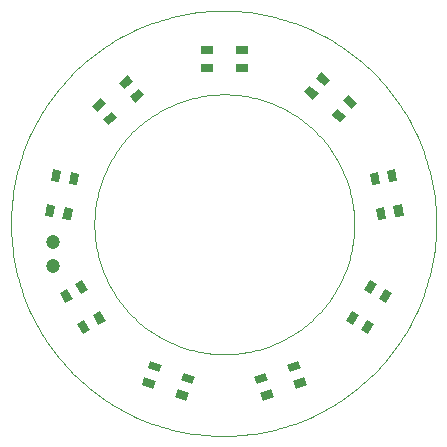
<source format=gbr>
G04 EAGLE Gerber RS-274X export*
G75*
%MOMM*%
%FSLAX35Y35*%
%LPD*%
%INsolder_paste_top*%
%IPPOS*%
%AMOC8*
5,1,8,0,0,1.08239X$1,22.5*%
G01*
%ADD10C,0.010000*%
%ADD11C,0.050000*%
%ADD12R,1.000000X0.700000*%
%ADD13C,1.200000*%


D10*
X1793375Y-42625D02*
X1793375Y57375D01*
D11*
X-1806625Y7375D02*
X-1806083Y51549D01*
X-1804457Y95697D01*
X-1801748Y139791D01*
X-1797958Y183806D01*
X-1793088Y227714D01*
X-1787143Y271490D01*
X-1780125Y315106D01*
X-1772039Y358538D01*
X-1762889Y401757D01*
X-1752681Y444739D01*
X-1741422Y487458D01*
X-1729118Y529887D01*
X-1715776Y572002D01*
X-1701404Y613777D01*
X-1686012Y655186D01*
X-1669608Y696205D01*
X-1652203Y736809D01*
X-1633806Y776974D01*
X-1614429Y816675D01*
X-1594083Y855889D01*
X-1572782Y894592D01*
X-1550536Y932760D01*
X-1527361Y970371D01*
X-1503270Y1007401D01*
X-1478278Y1043830D01*
X-1452399Y1079634D01*
X-1425649Y1114792D01*
X-1398044Y1149283D01*
X-1369601Y1183086D01*
X-1340337Y1216181D01*
X-1310270Y1248548D01*
X-1279417Y1280167D01*
X-1247798Y1311020D01*
X-1215431Y1341087D01*
X-1182336Y1370351D01*
X-1148533Y1398794D01*
X-1114042Y1426399D01*
X-1078884Y1453149D01*
X-1043080Y1479028D01*
X-1006651Y1504020D01*
X-969621Y1528111D01*
X-932010Y1551286D01*
X-893842Y1573532D01*
X-855139Y1594833D01*
X-815925Y1615179D01*
X-776224Y1634556D01*
X-736059Y1652953D01*
X-695455Y1670358D01*
X-654436Y1686762D01*
X-613027Y1702154D01*
X-571252Y1716526D01*
X-529137Y1729868D01*
X-486708Y1742172D01*
X-443989Y1753431D01*
X-401007Y1763639D01*
X-357788Y1772789D01*
X-314356Y1780875D01*
X-270740Y1787893D01*
X-226964Y1793838D01*
X-183056Y1798708D01*
X-139041Y1802498D01*
X-94947Y1805207D01*
X-50799Y1806833D01*
X-6625Y1807375D01*
X37549Y1806833D01*
X81697Y1805207D01*
X125791Y1802498D01*
X169806Y1798708D01*
X213714Y1793838D01*
X257490Y1787893D01*
X301106Y1780875D01*
X344538Y1772789D01*
X387757Y1763639D01*
X430739Y1753431D01*
X473458Y1742172D01*
X515887Y1729868D01*
X558002Y1716526D01*
X599777Y1702154D01*
X641186Y1686762D01*
X682205Y1670358D01*
X722809Y1652953D01*
X762974Y1634556D01*
X802675Y1615179D01*
X841889Y1594833D01*
X880592Y1573532D01*
X918760Y1551286D01*
X956371Y1528111D01*
X993401Y1504020D01*
X1029830Y1479028D01*
X1065634Y1453149D01*
X1100792Y1426399D01*
X1135283Y1398794D01*
X1169086Y1370351D01*
X1202181Y1341087D01*
X1234548Y1311020D01*
X1266167Y1280167D01*
X1297020Y1248548D01*
X1327087Y1216181D01*
X1356351Y1183086D01*
X1384794Y1149283D01*
X1412399Y1114792D01*
X1439149Y1079634D01*
X1465028Y1043830D01*
X1490020Y1007401D01*
X1514111Y970371D01*
X1537286Y932760D01*
X1559532Y894592D01*
X1580833Y855889D01*
X1601179Y816675D01*
X1620556Y776974D01*
X1638953Y736809D01*
X1656358Y696205D01*
X1672762Y655186D01*
X1688154Y613777D01*
X1702526Y572002D01*
X1715868Y529887D01*
X1728172Y487458D01*
X1739431Y444739D01*
X1749639Y401757D01*
X1758789Y358538D01*
X1766875Y315106D01*
X1773893Y271490D01*
X1779838Y227714D01*
X1784708Y183806D01*
X1788498Y139791D01*
X1791207Y95697D01*
X1792833Y51549D01*
X1793375Y7375D01*
X1792833Y-36799D01*
X1791207Y-80947D01*
X1788498Y-125041D01*
X1784708Y-169056D01*
X1779838Y-212964D01*
X1773893Y-256740D01*
X1766875Y-300356D01*
X1758789Y-343788D01*
X1749639Y-387007D01*
X1739431Y-429989D01*
X1728172Y-472708D01*
X1715868Y-515137D01*
X1702526Y-557252D01*
X1688154Y-599027D01*
X1672762Y-640436D01*
X1656358Y-681455D01*
X1638953Y-722059D01*
X1620556Y-762224D01*
X1601179Y-801925D01*
X1580833Y-841139D01*
X1559532Y-879842D01*
X1537286Y-918010D01*
X1514111Y-955621D01*
X1490020Y-992651D01*
X1465028Y-1029080D01*
X1439149Y-1064884D01*
X1412399Y-1100042D01*
X1384794Y-1134533D01*
X1356351Y-1168336D01*
X1327087Y-1201431D01*
X1297020Y-1233798D01*
X1266167Y-1265417D01*
X1234548Y-1296270D01*
X1202181Y-1326337D01*
X1169086Y-1355601D01*
X1135283Y-1384044D01*
X1100792Y-1411649D01*
X1065634Y-1438399D01*
X1029830Y-1464278D01*
X993401Y-1489270D01*
X956371Y-1513361D01*
X918760Y-1536536D01*
X880592Y-1558782D01*
X841889Y-1580083D01*
X802675Y-1600429D01*
X762974Y-1619806D01*
X722809Y-1638203D01*
X682205Y-1655608D01*
X641186Y-1672012D01*
X599777Y-1687404D01*
X558002Y-1701776D01*
X515887Y-1715118D01*
X473458Y-1727422D01*
X430739Y-1738681D01*
X387757Y-1748889D01*
X344538Y-1758039D01*
X301106Y-1766125D01*
X257490Y-1773143D01*
X213714Y-1779088D01*
X169806Y-1783958D01*
X125791Y-1787748D01*
X81697Y-1790457D01*
X37549Y-1792083D01*
X-6625Y-1792625D01*
X-50799Y-1792083D01*
X-94947Y-1790457D01*
X-139041Y-1787748D01*
X-183056Y-1783958D01*
X-226964Y-1779088D01*
X-270740Y-1773143D01*
X-314356Y-1766125D01*
X-357788Y-1758039D01*
X-401007Y-1748889D01*
X-443989Y-1738681D01*
X-486708Y-1727422D01*
X-529137Y-1715118D01*
X-571252Y-1701776D01*
X-613027Y-1687404D01*
X-654436Y-1672012D01*
X-695455Y-1655608D01*
X-736059Y-1638203D01*
X-776224Y-1619806D01*
X-815925Y-1600429D01*
X-855139Y-1580083D01*
X-893842Y-1558782D01*
X-932010Y-1536536D01*
X-969621Y-1513361D01*
X-1006651Y-1489270D01*
X-1043080Y-1464278D01*
X-1078884Y-1438399D01*
X-1114042Y-1411649D01*
X-1148533Y-1384044D01*
X-1182336Y-1355601D01*
X-1215431Y-1326337D01*
X-1247798Y-1296270D01*
X-1279417Y-1265417D01*
X-1310270Y-1233798D01*
X-1340337Y-1201431D01*
X-1369601Y-1168336D01*
X-1398044Y-1134533D01*
X-1425649Y-1100042D01*
X-1452399Y-1064884D01*
X-1478278Y-1029080D01*
X-1503270Y-992651D01*
X-1527361Y-955621D01*
X-1550536Y-918010D01*
X-1572782Y-879842D01*
X-1594083Y-841139D01*
X-1614429Y-801925D01*
X-1633806Y-762224D01*
X-1652203Y-722059D01*
X-1669608Y-681455D01*
X-1686012Y-640436D01*
X-1701404Y-599027D01*
X-1715776Y-557252D01*
X-1729118Y-515137D01*
X-1741422Y-472708D01*
X-1752681Y-429989D01*
X-1762889Y-387007D01*
X-1772039Y-343788D01*
X-1780125Y-300356D01*
X-1787143Y-256740D01*
X-1793088Y-212964D01*
X-1797958Y-169056D01*
X-1801748Y-125041D01*
X-1804457Y-80947D01*
X-1806083Y-36799D01*
X-1806625Y7375D01*
X-1100000Y0D02*
X-1099669Y26995D01*
X-1098675Y53974D01*
X-1097020Y80921D01*
X-1094703Y107819D01*
X-1091727Y134652D01*
X-1088094Y161404D01*
X-1083805Y188058D01*
X-1078864Y214599D01*
X-1073272Y241011D01*
X-1067034Y267278D01*
X-1060154Y293384D01*
X-1052634Y319313D01*
X-1044481Y345050D01*
X-1035698Y370579D01*
X-1026292Y395885D01*
X-1016267Y420952D01*
X-1005631Y445765D01*
X-994388Y470311D01*
X-982547Y494572D01*
X-970113Y518536D01*
X-957096Y542188D01*
X-943501Y565513D01*
X-929339Y588497D01*
X-914617Y611127D01*
X-899343Y633389D01*
X-883528Y655269D01*
X-867181Y676755D01*
X-850311Y697833D01*
X-832930Y718490D01*
X-815046Y738715D01*
X-796672Y758495D01*
X-777817Y777817D01*
X-758495Y796672D01*
X-738715Y815046D01*
X-718490Y832930D01*
X-697833Y850311D01*
X-676755Y867181D01*
X-655269Y883528D01*
X-633389Y899343D01*
X-611127Y914617D01*
X-588497Y929339D01*
X-565513Y943501D01*
X-542188Y957096D01*
X-518536Y970113D01*
X-494572Y982547D01*
X-470311Y994388D01*
X-445765Y1005631D01*
X-420952Y1016267D01*
X-395885Y1026292D01*
X-370579Y1035698D01*
X-345050Y1044481D01*
X-319313Y1052634D01*
X-293384Y1060154D01*
X-267278Y1067034D01*
X-241011Y1073272D01*
X-214599Y1078864D01*
X-188058Y1083805D01*
X-161404Y1088094D01*
X-134652Y1091727D01*
X-107819Y1094703D01*
X-80921Y1097020D01*
X-53974Y1098675D01*
X-26995Y1099669D01*
X0Y1100000D01*
X26995Y1099669D01*
X53974Y1098675D01*
X80921Y1097020D01*
X107819Y1094703D01*
X134652Y1091727D01*
X161404Y1088094D01*
X188058Y1083805D01*
X214599Y1078864D01*
X241011Y1073272D01*
X267278Y1067034D01*
X293384Y1060154D01*
X319313Y1052634D01*
X345050Y1044481D01*
X370579Y1035698D01*
X395885Y1026292D01*
X420952Y1016267D01*
X445765Y1005631D01*
X470311Y994388D01*
X494572Y982547D01*
X518536Y970113D01*
X542188Y957096D01*
X565513Y943501D01*
X588497Y929339D01*
X611127Y914617D01*
X633389Y899343D01*
X655269Y883528D01*
X676755Y867181D01*
X697833Y850311D01*
X718490Y832930D01*
X738715Y815046D01*
X758495Y796672D01*
X777817Y777817D01*
X796672Y758495D01*
X815046Y738715D01*
X832930Y718490D01*
X850311Y697833D01*
X867181Y676755D01*
X883528Y655269D01*
X899343Y633389D01*
X914617Y611127D01*
X929339Y588497D01*
X943501Y565513D01*
X957096Y542188D01*
X970113Y518536D01*
X982547Y494572D01*
X994388Y470311D01*
X1005631Y445765D01*
X1016267Y420952D01*
X1026292Y395885D01*
X1035698Y370579D01*
X1044481Y345050D01*
X1052634Y319313D01*
X1060154Y293384D01*
X1067034Y267278D01*
X1073272Y241011D01*
X1078864Y214599D01*
X1083805Y188058D01*
X1088094Y161404D01*
X1091727Y134652D01*
X1094703Y107819D01*
X1097020Y80921D01*
X1098675Y53974D01*
X1099669Y26995D01*
X1100000Y0D01*
X1099669Y-26995D01*
X1098675Y-53974D01*
X1097020Y-80921D01*
X1094703Y-107819D01*
X1091727Y-134652D01*
X1088094Y-161404D01*
X1083805Y-188058D01*
X1078864Y-214599D01*
X1073272Y-241011D01*
X1067034Y-267278D01*
X1060154Y-293384D01*
X1052634Y-319313D01*
X1044481Y-345050D01*
X1035698Y-370579D01*
X1026292Y-395885D01*
X1016267Y-420952D01*
X1005631Y-445765D01*
X994388Y-470311D01*
X982547Y-494572D01*
X970113Y-518536D01*
X957096Y-542188D01*
X943501Y-565513D01*
X929339Y-588497D01*
X914617Y-611127D01*
X899343Y-633389D01*
X883528Y-655269D01*
X867181Y-676755D01*
X850311Y-697833D01*
X832930Y-718490D01*
X815046Y-738715D01*
X796672Y-758495D01*
X777817Y-777817D01*
X758495Y-796672D01*
X738715Y-815046D01*
X718490Y-832930D01*
X697833Y-850311D01*
X676755Y-867181D01*
X655269Y-883528D01*
X633389Y-899343D01*
X611127Y-914617D01*
X588497Y-929339D01*
X565513Y-943501D01*
X542188Y-957096D01*
X518536Y-970113D01*
X494572Y-982547D01*
X470311Y-994388D01*
X445765Y-1005631D01*
X420952Y-1016267D01*
X395885Y-1026292D01*
X370579Y-1035698D01*
X345050Y-1044481D01*
X319313Y-1052634D01*
X293384Y-1060154D01*
X267278Y-1067034D01*
X241011Y-1073272D01*
X214599Y-1078864D01*
X188058Y-1083805D01*
X161404Y-1088094D01*
X134652Y-1091727D01*
X107819Y-1094703D01*
X80921Y-1097020D01*
X53974Y-1098675D01*
X26995Y-1099669D01*
X0Y-1100000D01*
X-26995Y-1099669D01*
X-53974Y-1098675D01*
X-80921Y-1097020D01*
X-107819Y-1094703D01*
X-134652Y-1091727D01*
X-161404Y-1088094D01*
X-188058Y-1083805D01*
X-214599Y-1078864D01*
X-241011Y-1073272D01*
X-267278Y-1067034D01*
X-293384Y-1060154D01*
X-319313Y-1052634D01*
X-345050Y-1044481D01*
X-370579Y-1035698D01*
X-395885Y-1026292D01*
X-420952Y-1016267D01*
X-445765Y-1005631D01*
X-470311Y-994388D01*
X-494572Y-982547D01*
X-518536Y-970113D01*
X-542188Y-957096D01*
X-565513Y-943501D01*
X-588497Y-929339D01*
X-611127Y-914617D01*
X-633389Y-899343D01*
X-655269Y-883528D01*
X-676755Y-867181D01*
X-697833Y-850311D01*
X-718490Y-832930D01*
X-738715Y-815046D01*
X-758495Y-796672D01*
X-777817Y-777817D01*
X-796672Y-758495D01*
X-815046Y-738715D01*
X-832930Y-718490D01*
X-850311Y-697833D01*
X-867181Y-676755D01*
X-883528Y-655269D01*
X-899343Y-633389D01*
X-914617Y-611127D01*
X-929339Y-588497D01*
X-943501Y-565513D01*
X-957096Y-542188D01*
X-970113Y-518536D01*
X-982547Y-494572D01*
X-994388Y-470311D01*
X-1005631Y-445765D01*
X-1016267Y-420952D01*
X-1026292Y-395885D01*
X-1035698Y-370579D01*
X-1044481Y-345050D01*
X-1052634Y-319313D01*
X-1060154Y-293384D01*
X-1067034Y-267278D01*
X-1073272Y-241011D01*
X-1078864Y-214599D01*
X-1083805Y-188058D01*
X-1088094Y-161404D01*
X-1091727Y-134652D01*
X-1094703Y-107819D01*
X-1097020Y-80921D01*
X-1098675Y-53974D01*
X-1099669Y-26995D01*
X-1100000Y0D01*
D12*
G36*
X367349Y-1321614D02*
X273381Y-1355816D01*
X249439Y-1290038D01*
X343407Y-1255836D01*
X367349Y-1321614D01*
G37*
G36*
X418653Y-1462568D02*
X324685Y-1496770D01*
X300743Y-1430992D01*
X394711Y-1396790D01*
X418653Y-1462568D01*
G37*
G36*
X531347Y-1187432D02*
X625315Y-1153230D01*
X649257Y-1219008D01*
X555289Y-1253210D01*
X531347Y-1187432D01*
G37*
G36*
X582650Y-1328386D02*
X676618Y-1294184D01*
X700560Y-1359962D01*
X606592Y-1394164D01*
X582650Y-1328386D01*
G37*
G36*
X1140358Y-766603D02*
X1090358Y-853205D01*
X1029738Y-818205D01*
X1079738Y-731603D01*
X1140358Y-766603D01*
G37*
G36*
X1270262Y-841603D02*
X1220262Y-928205D01*
X1159642Y-893205D01*
X1209642Y-806603D01*
X1270262Y-841603D01*
G37*
G36*
X1179738Y-558397D02*
X1229738Y-471795D01*
X1290358Y-506795D01*
X1240358Y-593397D01*
X1179738Y-558397D01*
G37*
G36*
X1309642Y-633397D02*
X1359642Y-546795D01*
X1420262Y-581795D01*
X1370262Y-668397D01*
X1309642Y-633397D01*
G37*
G36*
X1352972Y144573D02*
X1370337Y46093D01*
X1301402Y33937D01*
X1284037Y132417D01*
X1352972Y144573D01*
G37*
G36*
X1500693Y170620D02*
X1518058Y72140D01*
X1449123Y59984D01*
X1431758Y158464D01*
X1500693Y170620D01*
G37*
G36*
X1249307Y329380D02*
X1231942Y427860D01*
X1300877Y440016D01*
X1318242Y341536D01*
X1249307Y329380D01*
G37*
G36*
X1397028Y355427D02*
X1379663Y453907D01*
X1448598Y466063D01*
X1465963Y367583D01*
X1397028Y355427D01*
G37*
G36*
X-394711Y-1396790D02*
X-300743Y-1430992D01*
X-324685Y-1496770D01*
X-418653Y-1462568D01*
X-394711Y-1396790D01*
G37*
G36*
X-343407Y-1255836D02*
X-249439Y-1290038D01*
X-273381Y-1355816D01*
X-367349Y-1321614D01*
X-343407Y-1255836D01*
G37*
G36*
X-606592Y-1394164D02*
X-700560Y-1359962D01*
X-676618Y-1294184D01*
X-582650Y-1328386D01*
X-606592Y-1394164D01*
G37*
G36*
X-555289Y-1253210D02*
X-649257Y-1219008D01*
X-625315Y-1153230D01*
X-531347Y-1187432D01*
X-555289Y-1253210D01*
G37*
G36*
X-1184642Y-806603D02*
X-1134642Y-893205D01*
X-1195262Y-928205D01*
X-1245262Y-841603D01*
X-1184642Y-806603D01*
G37*
G36*
X-1054738Y-731603D02*
X-1004738Y-818205D01*
X-1065358Y-853205D01*
X-1115358Y-766603D01*
X-1054738Y-731603D01*
G37*
G36*
X-1345262Y-668397D02*
X-1395262Y-581795D01*
X-1334642Y-546795D01*
X-1284642Y-633397D01*
X-1345262Y-668397D01*
G37*
G36*
X-1215358Y-593397D02*
X-1265358Y-506795D01*
X-1204738Y-471795D01*
X-1154738Y-558397D01*
X-1215358Y-593397D01*
G37*
G36*
X-1431758Y158464D02*
X-1449123Y59984D01*
X-1518058Y72140D01*
X-1500693Y170620D01*
X-1431758Y158464D01*
G37*
G36*
X-1284037Y132417D02*
X-1301402Y33937D01*
X-1370337Y46093D01*
X-1352972Y144573D01*
X-1284037Y132417D01*
G37*
G36*
X-1465963Y367583D02*
X-1448598Y466063D01*
X-1379663Y453907D01*
X-1397028Y355427D01*
X-1465963Y367583D01*
G37*
G36*
X-1318242Y341536D02*
X-1300877Y440016D01*
X-1231942Y427860D01*
X-1249307Y329380D01*
X-1318242Y341536D01*
G37*
G36*
X-1002317Y1016362D02*
X-1078920Y952085D01*
X-1123915Y1005708D01*
X-1047312Y1069985D01*
X-1002317Y1016362D01*
G37*
G36*
X-905899Y901455D02*
X-982502Y837178D01*
X-1027497Y890801D01*
X-950894Y955078D01*
X-905899Y901455D01*
G37*
G36*
X-894101Y1198544D02*
X-817498Y1262821D01*
X-772503Y1209198D01*
X-849106Y1144921D01*
X-894101Y1198544D01*
G37*
G36*
X-797683Y1083638D02*
X-721080Y1147915D01*
X-676085Y1094292D01*
X-752688Y1030015D01*
X-797683Y1083638D01*
G37*
X-150000Y1475000D03*
X-150000Y1325000D03*
X150000Y1475000D03*
X150000Y1325000D03*
G36*
X849106Y1169921D02*
X772503Y1234198D01*
X817498Y1287821D01*
X894101Y1223544D01*
X849106Y1169921D01*
G37*
G36*
X752688Y1055015D02*
X676085Y1119292D01*
X721080Y1172915D01*
X797683Y1108638D01*
X752688Y1055015D01*
G37*
G36*
X1047312Y1094985D02*
X1123915Y1030708D01*
X1078920Y977085D01*
X1002317Y1041362D01*
X1047312Y1094985D01*
G37*
G36*
X950894Y980078D02*
X1027497Y915801D01*
X982502Y862178D01*
X905899Y926455D01*
X950894Y980078D01*
G37*
D13*
X-1450000Y-350000D03*
X-1450000Y-150000D03*
M02*

</source>
